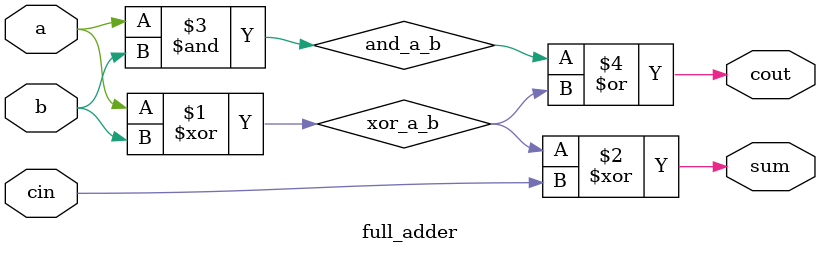
<source format=v>
module full_adder (
    sum,
    cout,
    a,
    b,
    cin
);
    input a, b, cin;
    output sum, cout;

    wire xor_a_b;
    xor(xor_a_b, a, b);

    wire xor_a_b_cin;
    xor(sum, xor_a_b, cin);

    wire and_a_b;
    and(and_a_b, a, b);
    or(cout, and_a_b, xor_a_b);
endmodule

</source>
